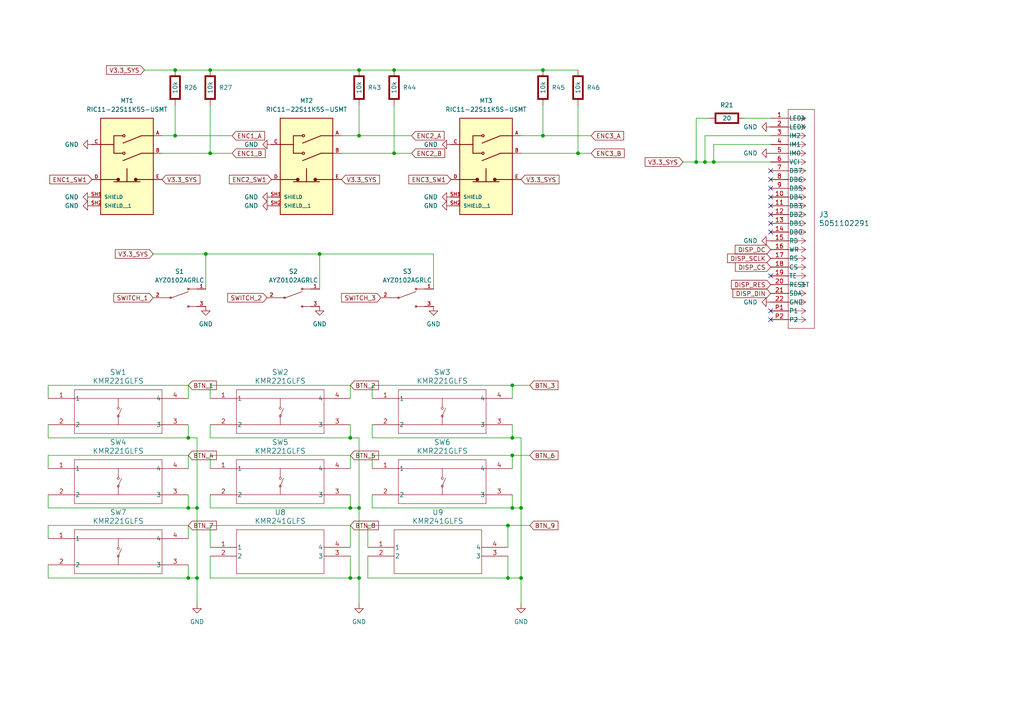
<source format=kicad_sch>
(kicad_sch (version 20231120) (generator "eeschema") (generator_version "8.0")
  (paper "A4")
  (lib_symbols
    (symbol "PCM_Elektuur:R" (pin_numbers hide) (pin_names (offset 0) hide)
      (property "Reference" "R" (at 2.54 3.175 0))
      (property "Value" "R" (at 0 0 90))
      (symbol "R_1_1"
        (polyline (pts (xy -1.524 -3.429) (xy 1.524 -3.429) (xy 1.524 3.429) (xy -1.524 3.429) (xy -1.524 -3.429) (xy -1.27 -3.175) (xy -1.27 3.175) (xy 1.27 3.175) (xy 1.27 -3.175) (xy -1.27 -3.175) (xy -1.524 -3.429)) (stroke (width 0.254)) (fill (type outline)))
        (pin passive line (at 0 5.08 270) (length 1.651) (name "+") (number "1"))
        (pin passive line (at 0 -5.08 90) (length 1.651) (name "-") (number "2"))
      )
      (symbol "R_1_2"
        (polyline (pts (xy -0.508 -3.429) (xy 1.524 -3.429) (xy 1.524 3.429) (xy -0.508 3.429) (xy -0.508 3.175) (xy 1.27 3.175) (xy 1.27 -3.175) (xy -0.508 -3.175) (xy -0.508 -3.429)) (stroke (width 0.254)) (fill (type outline)))
        (pin passive line (at 0 5.08 270) (length 1.651) (name "+") (number "1"))
        (pin passive line (at 0 -5.08 90) (length 1.651) (name "-") (number "2"))
      )
      (symbol "R_1_3"
        (polyline (pts (xy 0 3.4798) (xy 0 3.2004) (xy 0.7112 2.794) (xy -1.1938 1.6764) (xy 0.7112 0.5588) (xy -1.1938 -0.5588) (xy 0.7112 -1.6764) (xy -1.1938 -2.794) (xy 0 -3.4798) (xy 0 -3.2004) (xy -0.7112 -2.794) (xy 1.1938 -1.6764) (xy -0.7112 -0.5588) (xy 1.1938 0.5588) (xy -0.7112 1.6764) (xy 1.1938 2.794) (xy 0 3.4798)) (stroke (width 0.254)) (fill (type outline)))
        (pin passive line (at 0 5.08 270) (length 1.6002) (name "+") (number "1"))
        (pin passive line (at 0 -5.08 90) (length 1.6002) (name "-") (number "2"))
      )
      (symbol "R_1_4"
        (polyline (pts (xy 0 4.5466) (xy 0 4.2672) (xy 0.0508 4.2418) (xy 1.016 3.683) (xy -1.524 2.2098) (xy 1.016 0.7366) (xy -1.524 -0.7366) (xy 1.016 -2.2098) (xy -1.524 -3.683) (xy -0.0762 -4.5212) (xy 0 -4.5466) (xy 0 -4.2672) (xy -0.0508 -4.2418) (xy -1.016 -3.683) (xy 1.524 -2.2098) (xy -1.016 -0.7366) (xy 1.524 0.7366) (xy -1.016 2.2098) (xy 1.524 3.683) (xy 0.0762 4.5212) (xy 0 4.5466)) (stroke (width 0.254)) (fill (type outline)))
        (pin passive line (at 0 5.08 270) (length 0.5334) (name "+") (number "1"))
        (pin passive line (at 0 -5.08 90) (length 0.5334) (name "-") (number "2"))
      )
    )
    (symbol "power:GND" (power) (pin_numbers hide) (pin_names (offset 0) hide)
      (property "Value" "GND" (at 0 -3.81 0))
      (symbol "GND_0_1"
        (polyline (pts (xy 0 0) (xy 0 -1.27) (xy 1.27 -1.27) (xy 0 -2.54) (xy -1.27 -1.27) (xy 0 -1.27)))
      )
      (symbol "GND_1_1"
        (pin power_in line (at 0 0 270) (length 0) (name "~") (number "1"))
      )
    )
    (symbol "uwu:4421" (pin_names (offset 0.254))
      (property "Reference" "J" (at 8.89 6.35 0))
      (property "Value" "5051102291" (at 27.94 -1.524 0))
      (symbol "4421_1_1"
        (polyline (pts (xy 5.08 -60.96) (xy 12.7 -60.96)) (stroke (width 0.127)))
        (polyline (pts (xy 5.08 2.54) (xy 5.08 -60.96)) (stroke (width 0.127)))
        (polyline (pts (xy 10.16 -58.42) (xy 5.08 -58.42)) (stroke (width 0.127)))
        (polyline (pts (xy 10.16 -58.42) (xy 8.89 -59.2667)) (stroke (width 0.127)))
        (polyline (pts (xy 10.16 -58.42) (xy 8.89 -57.5733)) (stroke (width 0.127)))
        (polyline (pts (xy 10.16 -55.88) (xy 5.08 -55.88)) (stroke (width 0.127)))
        (polyline (pts (xy 10.16 -55.88) (xy 8.89 -56.7267)) (stroke (width 0.127)))
        (polyline (pts (xy 10.16 -55.88) (xy 8.89 -55.0333)) (stroke (width 0.127)))
        (polyline (pts (xy 10.16 -53.34) (xy 5.08 -53.34)) (stroke (width 0.127)))
        (polyline (pts (xy 10.16 -53.34) (xy 8.89 -54.1867)) (stroke (width 0.127)))
        (polyline (pts (xy 10.16 -53.34) (xy 8.89 -52.4933)) (stroke (width 0.127)))
        (polyline (pts (xy 10.16 -50.8) (xy 5.08 -50.8)) (stroke (width 0.127)))
        (polyline (pts (xy 10.16 -50.8) (xy 8.89 -51.6467)) (stroke (width 0.127)))
        (polyline (pts (xy 10.16 -50.8) (xy 8.89 -49.9533)) (stroke (width 0.127)))
        (polyline (pts (xy 10.16 -48.26) (xy 5.08 -48.26)) (stroke (width 0.127)))
        (polyline (pts (xy 10.16 -48.26) (xy 8.89 -49.1067)) (stroke (width 0.127)))
        (polyline (pts (xy 10.16 -48.26) (xy 8.89 -47.4133)) (stroke (width 0.127)))
        (polyline (pts (xy 10.16 -45.72) (xy 5.08 -45.72)) (stroke (width 0.127)))
        (polyline (pts (xy 10.16 -45.72) (xy 8.89 -46.5667)) (stroke (width 0.127)))
        (polyline (pts (xy 10.16 -45.72) (xy 8.89 -44.8733)) (stroke (width 0.127)))
        (polyline (pts (xy 10.16 -43.18) (xy 5.08 -43.18)) (stroke (width 0.127)))
        (polyline (pts (xy 10.16 -43.18) (xy 8.89 -44.0267)) (stroke (width 0.127)))
        (polyline (pts (xy 10.16 -43.18) (xy 8.89 -42.3333)) (stroke (width 0.127)))
        (polyline (pts (xy 10.16 -40.64) (xy 5.08 -40.64)) (stroke (width 0.127)))
        (polyline (pts (xy 10.16 -40.64) (xy 8.89 -41.4867)) (stroke (width 0.127)))
        (polyline (pts (xy 10.16 -40.64) (xy 8.89 -39.7933)) (stroke (width 0.127)))
        (polyline (pts (xy 10.16 -38.1) (xy 5.08 -38.1)) (stroke (width 0.127)))
        (polyline (pts (xy 10.16 -38.1) (xy 8.89 -38.9467)) (stroke (width 0.127)))
        (polyline (pts (xy 10.16 -38.1) (xy 8.89 -37.2533)) (stroke (width 0.127)))
        (polyline (pts (xy 10.16 -35.56) (xy 5.08 -35.56)) (stroke (width 0.127)))
        (polyline (pts (xy 10.16 -35.56) (xy 8.89 -36.4067)) (stroke (width 0.127)))
        (polyline (pts (xy 10.16 -35.56) (xy 8.89 -34.7133)) (stroke (width 0.127)))
        (polyline (pts (xy 10.16 -33.02) (xy 5.08 -33.02)) (stroke (width 0.127)))
        (polyline (pts (xy 10.16 -33.02) (xy 8.89 -33.8667)) (stroke (width 0.127)))
        (polyline (pts (xy 10.16 -33.02) (xy 8.89 -32.1733)) (stroke (width 0.127)))
        (polyline (pts (xy 10.16 -30.48) (xy 5.08 -30.48)) (stroke (width 0.127)))
        (polyline (pts (xy 10.16 -30.48) (xy 8.89 -31.3267)) (stroke (width 0.127)))
        (polyline (pts (xy 10.16 -30.48) (xy 8.89 -29.6333)) (stroke (width 0.127)))
        (polyline (pts (xy 10.16 -27.94) (xy 5.08 -27.94)) (stroke (width 0.127)))
        (polyline (pts (xy 10.16 -27.94) (xy 8.89 -28.7867)) (stroke (width 0.127)))
        (polyline (pts (xy 10.16 -27.94) (xy 8.89 -27.0933)) (stroke (width 0.127)))
        (polyline (pts (xy 10.16 -25.4) (xy 5.08 -25.4)) (stroke (width 0.127)))
        (polyline (pts (xy 10.16 -25.4) (xy 8.89 -26.2467)) (stroke (width 0.127)))
        (polyline (pts (xy 10.16 -25.4) (xy 8.89 -24.5533)) (stroke (width 0.127)))
        (polyline (pts (xy 10.16 -22.86) (xy 5.08 -22.86)) (stroke (width 0.127)))
        (polyline (pts (xy 10.16 -22.86) (xy 8.89 -23.7067)) (stroke (width 0.127)))
        (polyline (pts (xy 10.16 -22.86) (xy 8.89 -22.0133)) (stroke (width 0.127)))
        (polyline (pts (xy 10.16 -20.32) (xy 5.08 -20.32)) (stroke (width 0.127)))
        (polyline (pts (xy 10.16 -20.32) (xy 8.89 -21.1667)) (stroke (width 0.127)))
        (polyline (pts (xy 10.16 -20.32) (xy 8.89 -19.4733)) (stroke (width 0.127)))
        (polyline (pts (xy 10.16 -17.78) (xy 5.08 -17.78)) (stroke (width 0.127)))
        (polyline (pts (xy 10.16 -17.78) (xy 8.89 -18.6267)) (stroke (width 0.127)))
        (polyline (pts (xy 10.16 -17.78) (xy 8.89 -16.9333)) (stroke (width 0.127)))
        (polyline (pts (xy 10.16 -15.24) (xy 5.08 -15.24)) (stroke (width 0.127)))
        (polyline (pts (xy 10.16 -15.24) (xy 8.89 -16.0867)) (stroke (width 0.127)))
        (polyline (pts (xy 10.16 -15.24) (xy 8.89 -14.3933)) (stroke (width 0.127)))
        (polyline (pts (xy 10.16 -12.7) (xy 5.08 -12.7)) (stroke (width 0.127)))
        (polyline (pts (xy 10.16 -12.7) (xy 8.89 -13.5467)) (stroke (width 0.127)))
        (polyline (pts (xy 10.16 -12.7) (xy 8.89 -11.8533)) (stroke (width 0.127)))
        (polyline (pts (xy 10.16 -10.16) (xy 5.08 -10.16)) (stroke (width 0.127)))
        (polyline (pts (xy 10.16 -10.16) (xy 8.89 -11.0067)) (stroke (width 0.127)))
        (polyline (pts (xy 10.16 -10.16) (xy 8.89 -9.3133)) (stroke (width 0.127)))
        (polyline (pts (xy 10.16 -7.62) (xy 5.08 -7.62)) (stroke (width 0.127)))
        (polyline (pts (xy 10.16 -7.62) (xy 8.89 -8.4667)) (stroke (width 0.127)))
        (polyline (pts (xy 10.16 -7.62) (xy 8.89 -6.7733)) (stroke (width 0.127)))
        (polyline (pts (xy 10.16 -5.08) (xy 5.08 -5.08)) (stroke (width 0.127)))
        (polyline (pts (xy 10.16 -5.08) (xy 8.89 -5.9267)) (stroke (width 0.127)))
        (polyline (pts (xy 10.16 -5.08) (xy 8.89 -4.2333)) (stroke (width 0.127)))
        (polyline (pts (xy 10.16 -2.54) (xy 5.08 -2.54)) (stroke (width 0.127)))
        (polyline (pts (xy 10.16 -2.54) (xy 8.89 -3.3867)) (stroke (width 0.127)))
        (polyline (pts (xy 10.16 -2.54) (xy 8.89 -1.6933)) (stroke (width 0.127)))
        (polyline (pts (xy 10.16 0) (xy 5.08 0)) (stroke (width 0.127)))
        (polyline (pts (xy 10.16 0) (xy 8.89 -0.8467)) (stroke (width 0.127)))
        (polyline (pts (xy 10.16 0) (xy 8.89 0.8467)) (stroke (width 0.127)))
        (polyline (pts (xy 12.7 -60.96) (xy 12.7 2.54)) (stroke (width 0.127)))
        (polyline (pts (xy 12.7 2.54) (xy 5.08 2.54)) (stroke (width 0.127)))
        (pin passive line (at 0 0 0) (length 5.08) (name "LEDA") (number "1"))
        (pin bidirectional line (at 0 -22.86 0) (length 5.08) (name "DB4") (number "10"))
        (pin bidirectional line (at 0 -25.4 0) (length 5.08) (name "DB3") (number "11"))
        (pin bidirectional line (at 0 -27.94 0) (length 5.08) (name "DB2") (number "12"))
        (pin bidirectional line (at 0 -30.48 0) (length 5.08) (name "DB1") (number "13"))
        (pin bidirectional line (at 0 -33.02 0) (length 5.08) (name "DB0") (number "14"))
        (pin input line (at 0 -35.56 0) (length 5.08) (name "RD") (number "15"))
        (pin input line (at 0 -38.1 0) (length 5.08) (name "WR") (number "16"))
        (pin input line (at 0 -40.64 0) (length 5.08) (name "RS") (number "17"))
        (pin input line (at 0 -43.18 0) (length 5.08) (name "CS") (number "18"))
        (pin input line (at 0 -45.72 0) (length 5.08) (name "TE") (number "19"))
        (pin passive line (at 0 -2.54 0) (length 5.08) (name "LEDK") (number "2"))
        (pin input line (at 0 -48.26 0) (length 5.08) (name "RESET") (number "20"))
        (pin bidirectional line (at 0 -50.8 0) (length 5.08) (name "SDA") (number "21"))
        (pin power_in line (at 0 -53.34 0) (length 5.08) (name "GND") (number "22"))
        (pin input line (at 0 -5.08 0) (length 5.08) (name "IM2") (number "3"))
        (pin input line (at 0 -7.62 0) (length 5.08) (name "IM1") (number "4"))
        (pin input line (at 0 -10.16 0) (length 5.08) (name "IM0") (number "5"))
        (pin power_in line (at 0 -12.7 0) (length 5.08) (name "VCI") (number "6"))
        (pin bidirectional line (at 0 -15.24 0) (length 5.08) (name "DB7") (number "7"))
        (pin bidirectional line (at 0 -17.78 0) (length 5.08) (name "DB6") (number "8"))
        (pin bidirectional line (at 0 -20.32 0) (length 5.08) (name "DB5") (number "9"))
        (pin unspecified line (at 0 -55.88 0) (length 5.08) (name "P1") (number "P1"))
        (pin unspecified line (at 0 -58.42 0) (length 5.08) (name "P2") (number "P2"))
      )
      (symbol "4421_1_2"
        (polyline (pts (xy 5.08 -60.96) (xy 12.7 -60.96)) (stroke (width 0.127)))
        (polyline (pts (xy 5.08 2.54) (xy 5.08 -60.96)) (stroke (width 0.127)))
        (polyline (pts (xy 7.62 -58.42) (xy 5.08 -58.42)) (stroke (width 0.127)))
        (polyline (pts (xy 7.62 -58.42) (xy 8.89 -59.2667)) (stroke (width 0.127)))
        (polyline (pts (xy 7.62 -58.42) (xy 8.89 -57.5733)) (stroke (width 0.127)))
        (polyline (pts (xy 7.62 -55.88) (xy 5.08 -55.88)) (stroke (width 0.127)))
        (polyline (pts (xy 7.62 -55.88) (xy 8.89 -56.7267)) (stroke (width 0.127)))
        (polyline (pts (xy 7.62 -55.88) (xy 8.89 -55.0333)) (stroke (width 0.127)))
        (polyline (pts (xy 7.62 -53.34) (xy 5.08 -53.34)) (stroke (width 0.127)))
        (polyline (pts (xy 7.62 -53.34) (xy 8.89 -54.1867)) (stroke (width 0.127)))
        (polyline (pts (xy 7.62 -53.34) (xy 8.89 -52.4933)) (stroke (width 0.127)))
        (polyline (pts (xy 7.62 -50.8) (xy 5.08 -50.8)) (stroke (width 0.127)))
        (polyline (pts (xy 7.62 -50.8) (xy 8.89 -51.6467)) (stroke (width 0.127)))
        (polyline (pts (xy 7.62 -50.8) (xy 8.89 -49.9533)) (stroke (width 0.127)))
        (polyline (pts (xy 7.62 -48.26) (xy 5.08 -48.26)) (stroke (width 0.127)))
        (polyline (pts (xy 7.62 -48.26) (xy 8.89 -49.1067)) (stroke (width 0.127)))
        (polyline (pts (xy 7.62 -48.26) (xy 8.89 -47.4133)) (stroke (width 0.127)))
        (polyline (pts (xy 7.62 -45.72) (xy 5.08 -45.72)) (stroke (width 0.127)))
        (polyline (pts (xy 7.62 -45.72) (xy 8.89 -46.5667)) (stroke (width 0.127)))
        (polyline (pts (xy 7.62 -45.72) (xy 8.89 -44.8733)) (stroke (width 0.127)))
        (polyline (pts (xy 7.62 -43.18) (xy 5.08 -43.18)) (stroke (width 0.127)))
        (polyline (pts (xy 7.62 -43.18) (xy 8.89 -44.0267)) (stroke (width 0.127)))
        (polyline (pts (xy 7.62 -43.18) (xy 8.89 -42.3333)) (stroke (width 0.127)))
        (polyline (pts (xy 7.62 -40.64) (xy 5.08 -40.64)) (stroke (width 0.127)))
        (polyline (pts (xy 7.62 -40.64) (xy 8.89 -41.4867)) (stroke (width 0.127)))
        (polyline (pts (xy 7.62 -40.64) (xy 8.89 -39.7933)) (stroke (width 0.127)))
        (polyline (pts (xy 7.62 -38.1) (xy 5.08 -38.1)) (stroke (width 0.127)))
        (polyline (pts (xy 7.62 -38.1) (xy 8.89 -38.9467)) (stroke (width 0.127)))
        (polyline (pts (xy 7.62 -38.1) (xy 8.89 -37.2533)) (stroke (width 0.127)))
        (polyline (pts (xy 7.62 -35.56) (xy 5.08 -35.56)) (stroke (width 0.127)))
        (polyline (pts (xy 7.62 -35.56) (xy 8.89 -36.4067)) (stroke (width 0.127)))
        (polyline (pts (xy 7.62 -35.56) (xy 8.89 -34.7133)) (stroke (width 0.127)))
        (polyline (pts (xy 7.62 -33.02) (xy 5.08 -33.02)) (stroke (width 0.127)))
        (polyline (pts (xy 7.62 -33.02) (xy 8.89 -33.8667)) (stroke (width 0.127)))
        (polyline (pts (xy 7.62 -33.02) (xy 8.89 -32.1733)) (stroke (width 0.127)))
        (polyline (pts (xy 7.62 -30.48) (xy 5.08 -30.48)) (stroke (width 0.127)))
        (polyline (pts (xy 7.62 -30.48) (xy 8.89 -31.3267)) (stroke (width 0.127)))
        (polyline (pts (xy 7.62 -30.48) (xy 8.89 -29.6333)) (stroke (width 0.127)))
        (polyline (pts (xy 7.62 -27.94) (xy 5.08 -27.94)) (stroke (width 0.127)))
        (polyline (pts (xy 7.62 -27.94) (xy 8.89 -28.7867)) (stroke (width 0.127)))
        (polyline (pts (xy 7.62 -27.94) (xy 8.89 -27.0933)) (stroke (width 0.127)))
        (polyline (pts (xy 7.62 -25.4) (xy 5.08 -25.4)) (stroke (width 0.127)))
        (polyline (pts (xy 7.62 -25.4) (xy 8.89 -26.2467)) (stroke (width 0.127)))
        (polyline (pts (xy 7.62 -25.4) (xy 8.89 -24.5533)) (stroke (width 0.127)))
        (polyline (pts (xy 7.62 -22.86) (xy 5.08 -22.86)) (stroke (width 0.127)))
        (polyline (pts (xy 7.62 -22.86) (xy 8.89 -23.7067)) (stroke (width 0.127)))
        (polyline (pts (xy 7.62 -22.86) (xy 8.89 -22.0133)) (stroke (width 0.127)))
        (polyline (pts (xy 7.62 -20.32) (xy 5.08 -20.32)) (stroke (width 0.127)))
        (polyline (pts (xy 7.62 -20.32) (xy 8.89 -21.1667)) (stroke (width 0.127)))
        (polyline (pts (xy 7.62 -20.32) (xy 8.89 -19.4733)) (stroke (width 0.127)))
        (polyline (pts (xy 7.62 -17.78) (xy 5.08 -17.78)) (stroke (width 0.127)))
        (polyline (pts (xy 7.62 -17.78) (xy 8.89 -18.6267)) (stroke (width 0.127)))
        (polyline (pts (xy 7.62 -17.78) (xy 8.89 -16.9333)) (stroke (width 0.127)))
        (polyline (pts (xy 7.62 -15.24) (xy 5.08 -15.24)) (stroke (width 0.127)))
        (polyline (pts (xy 7.62 -15.24) (xy 8.89 -16.0867)) (stroke (width 0.127)))
        (polyline (pts (xy 7.62 -15.24) (xy 8.89 -14.3933)) (stroke (width 0.127)))
        (polyline (pts (xy 7.62 -12.7) (xy 5.08 -12.7)) (stroke (width 0.127)))
        (polyline (pts (xy 7.62 -12.7) (xy 8.89 -13.5467)) (stroke (width 0.127)))
        (polyline (pts (xy 7.62 -12.7) (xy 8.89 -11.8533)) (stroke (width 0.127)))
        (polyline (pts (xy 7.62 -10.16) (xy 5.08 -10.16)) (stroke (width 0.127)))
        (polyline (pts (xy 7.62 -10.16) (xy 8.89 -11.0067)) (stroke (width 0.127)))
        (polyline (pts (xy 7.62 -10.16) (xy 8.89 -9.3133)) (stroke (width 0.127)))
        (polyline (pts (xy 7.62 -7.62) (xy 5.08 -7.62)) (stroke (width 0.127)))
        (polyline (pts (xy 7.62 -7.62) (xy 8.89 -8.4667)) (stroke (width 0.127)))
        (polyline (pts (xy 7.62 -7.62) (xy 8.89 -6.7733)) (stroke (width 0.127)))
        (polyline (pts (xy 7.62 -5.08) (xy 5.08 -5.08)) (stroke (width 0.127)))
        (polyline (pts (xy 7.62 -5.08) (xy 8.89 -5.9267)) (stroke (width 0.127)))
        (polyline (pts (xy 7.62 -5.08) (xy 8.89 -4.2333)) (stroke (width 0.127)))
        (polyline (pts (xy 7.62 -2.54) (xy 5.08 -2.54)) (stroke (width 0.127)))
        (polyline (pts (xy 7.62 -2.54) (xy 8.89 -3.3867)) (stroke (width 0.127)))
        (polyline (pts (xy 7.62 -2.54) (xy 8.89 -1.6933)) (stroke (width 0.127)))
        (polyline (pts (xy 7.62 0) (xy 5.08 0)) (stroke (width 0.127)))
        (polyline (pts (xy 7.62 0) (xy 8.89 -0.8467)) (stroke (width 0.127)))
        (polyline (pts (xy 7.62 0) (xy 8.89 0.8467)) (stroke (width 0.127)))
        (polyline (pts (xy 12.7 -60.96) (xy 12.7 2.54)) (stroke (width 0.127)))
        (polyline (pts (xy 12.7 2.54) (xy 5.08 2.54)) (stroke (width 0.127)))
        (pin unspecified line (at 0 0 0) (length 5.08) (name "1") (number "1"))
        (pin unspecified line (at 0 -22.86 0) (length 5.08) (name "10") (number "10"))
        (pin unspecified line (at 0 -25.4 0) (length 5.08) (name "11") (number "11"))
        (pin unspecified line (at 0 -27.94 0) (length 5.08) (name "12") (number "12"))
        (pin unspecified line (at 0 -30.48 0) (length 5.08) (name "13") (number "13"))
        (pin unspecified line (at 0 -33.02 0) (length 5.08) (name "14") (number "14"))
        (pin unspecified line (at 0 -35.56 0) (length 5.08) (name "15") (number "15"))
        (pin unspecified line (at 0 -38.1 0) (length 5.08) (name "16") (number "16"))
        (pin unspecified line (at 0 -40.64 0) (length 5.08) (name "17") (number "17"))
        (pin unspecified line (at 0 -43.18 0) (length 5.08) (name "18") (number "18"))
        (pin unspecified line (at 0 -45.72 0) (length 5.08) (name "19") (number "19"))
        (pin unspecified line (at 0 -2.54 0) (length 5.08) (name "2") (number "2"))
        (pin unspecified line (at 0 -48.26 0) (length 5.08) (name "20") (number "20"))
        (pin unspecified line (at 0 -50.8 0) (length 5.08) (name "21") (number "21"))
        (pin unspecified line (at 0 -53.34 0) (length 5.08) (name "22") (number "22"))
        (pin unspecified line (at 0 -5.08 0) (length 5.08) (name "3") (number "3"))
        (pin unspecified line (at 0 -7.62 0) (length 5.08) (name "4") (number "4"))
        (pin unspecified line (at 0 -10.16 0) (length 5.08) (name "5") (number "5"))
        (pin unspecified line (at 0 -12.7 0) (length 5.08) (name "6") (number "6"))
        (pin unspecified line (at 0 -15.24 0) (length 5.08) (name "7") (number "7"))
        (pin unspecified line (at 0 -17.78 0) (length 5.08) (name "8") (number "8"))
        (pin unspecified line (at 0 -20.32 0) (length 5.08) (name "9") (number "9"))
        (pin unspecified line (at 0 -55.88 0) (length 5.08) (name "P1") (number "P1"))
        (pin unspecified line (at 0 -58.42 0) (length 5.08) (name "P2") (number "P2"))
      )
    )
    (symbol "uwu:AYZ0102AGRLC" (pin_names (offset 1.016))
      (property "Reference" "S" (at -3.8125 6.3559 0))
      (property "Value" "AYZ0102AGRLC" (at -3.8144 -6.3602 0))
      (symbol "AYZ0102AGRLC_0_0"
        (circle (center -2.54 0) (radius 0.254) (stroke (width 0.1524)))
        (polyline (pts (xy -5.08 0) (xy -2.54 0)) (stroke (width 0.1524)))
        (polyline (pts (xy -2.286 0) (xy 2.54 1.778)) (stroke (width 0.1524)))
        (polyline (pts (xy 2.54 -2.54) (xy 5.08 -2.54)) (stroke (width 0.1524)))
        (polyline (pts (xy 2.54 2.54) (xy 5.08 2.54)) (stroke (width 0.1524)))
        (circle (center 2.54 -2.54) (radius 0.254) (stroke (width 0.1524)))
        (circle (center 2.54 2.54) (radius 0.254) (stroke (width 0.1524)))
        (pin passive line (at 7.62 2.54 180) (length 2.54) (name "~") (number "1"))
        (pin passive line (at -7.62 0 0) (length 2.54) (name "~") (number "2"))
        (pin passive line (at 7.62 -2.54 180) (length 2.54) (name "~") (number "3"))
      )
    )
    (symbol "uwu:KMR221GLFS" (pin_names (offset 0.254))
      (property "Reference" "SW" (at 20.32 7.62 0))
      (property "Value" "KMR221GLFS" (at 20.32 5.08 0))
      (symbol "KMR221GLFS_0_1"
        (polyline (pts (xy 7.62 -10.16) (xy 33.02 -10.16)) (stroke (width 0.127)))
        (polyline (pts (xy 7.62 -7.62) (xy 33.02 -7.62)) (stroke (width 0.127)))
        (polyline (pts (xy 7.62 0) (xy 33.02 0)) (stroke (width 0.127)))
        (polyline (pts (xy 7.62 2.54) (xy 7.62 -10.16)) (stroke (width 0.127)))
        (polyline (pts (xy 20.32 -5.08) (xy 20.32 -7.62)) (stroke (width 0.127)))
        (polyline (pts (xy 20.32 -5.08) (xy 21.2725 -2.8575)) (stroke (width 0.127)))
        (polyline (pts (xy 20.32 0) (xy 20.32 -2.54)) (stroke (width 0.127)))
        (polyline (pts (xy 33.02 -10.16) (xy 33.02 2.54)) (stroke (width 0.127)))
        (polyline (pts (xy 33.02 2.54) (xy 7.62 2.54)) (stroke (width 0.127)))
        (circle (center 20.32 -5.08) (radius 0.3048) (stroke (width 0.127)))
        (circle (center 20.32 -2.8575) (radius 0.3048) (stroke (width 0.127)))
        (pin passive line (at 0 0 0) (length 7.62) (name "1") (number "1"))
        (pin passive line (at 0 -7.62 0) (length 7.62) (name "2") (number "2"))
        (pin passive line (at 40.64 -7.62 180) (length 7.62) (name "3") (number "3"))
        (pin passive line (at 40.64 0 180) (length 7.62) (name "4") (number "4"))
      )
    )
    (symbol "uwu:KMR241GLFS" (pin_names (offset 0.254))
      (property "Reference" "U" (at 20.32 10.16 0))
      (property "Value" "KMR241GLFS" (at 20.32 7.62 0))
      (symbol "KMR241GLFS_0_1"
        (polyline (pts (xy 7.62 -7.62) (xy 33.02 -7.62)) (stroke (width 0.127)))
        (polyline (pts (xy 7.62 5.08) (xy 7.62 -7.62)) (stroke (width 0.127)))
        (polyline (pts (xy 33.02 -7.62) (xy 33.02 5.08)) (stroke (width 0.127)))
        (polyline (pts (xy 33.02 5.08) (xy 7.62 5.08)) (stroke (width 0.127)))
        (pin passive line (at 0 0 0) (length 7.62) (name "1") (number "1"))
        (pin passive line (at 0 -2.54 0) (length 7.62) (name "2") (number "2"))
        (pin passive line (at 40.64 -2.54 180) (length 7.62) (name "3") (number "3"))
        (pin passive line (at 40.64 0 180) (length 7.62) (name "4") (number "4"))
      )
    )
    (symbol "uwu:RIC11-22S11K5S-USMT" (pin_names (offset 1.016))
      (property "Reference" "MT" (at -7.62 13.335 0))
      (property "Value" "RIC11-22S11K5S-USMT" (at -7.62 -17.78 0))
      (symbol "RIC11-22S11K5S-USMT_0_0"
        (rectangle (start -7.62 -15.24) (end 7.62 12.7) (stroke (width 0.254)) (fill (type background)))
        (circle (center -2.54 -5.08) (radius 0.254) (stroke (width 0.508)))
        (circle (center -0.889 2.54) (radius 0.3302) (stroke (width 0.254)))
        (circle (center -0.889 7.62) (radius 0.3302) (stroke (width 0.254)))
        (polyline (pts (xy -7.62 -5.08) (xy -2.54 -5.08)) (stroke (width 0.254)))
        (polyline (pts (xy -7.62 5.08) (xy -3.81 5.08)) (stroke (width 0.254)))
        (polyline (pts (xy -3.81 -5.715) (xy 0 -5.715)) (stroke (width 0.254)))
        (polyline (pts (xy -3.81 2.54) (xy -3.81 7.62)) (stroke (width 0.254)))
        (polyline (pts (xy -1.27 2.54) (xy -3.81 2.54)) (stroke (width 0.254)))
        (polyline (pts (xy -1.27 7.62) (xy -3.81 7.62)) (stroke (width 0.254)))
        (polyline (pts (xy 0 -5.715) (xy 0 -1.905)) (stroke (width 0.254)))
        (polyline (pts (xy 0 -5.715) (xy 3.81 -5.715)) (stroke (width 0.254)))
        (polyline (pts (xy 2.54 -5.08) (xy 7.62 -5.08)) (stroke (width 0.254)))
        (polyline (pts (xy 4.191 2.54) (xy -1.143 0.4064)) (stroke (width 0.254)))
        (polyline (pts (xy 4.191 7.62) (xy -1.143 5.4864)) (stroke (width 0.254)))
        (polyline (pts (xy 7.62 2.54) (xy 4.191 2.54)) (stroke (width 0.254)))
        (polyline (pts (xy 7.62 7.62) (xy 4.191 7.62)) (stroke (width 0.254)))
        (circle (center 2.54 -5.08) (radius 0.254) (stroke (width 0.508)))
        (pin passive line (at 10.16 7.62 180) (length 2.54) (name "~") (number "A"))
        (pin passive line (at 10.16 2.54 180) (length 2.54) (name "~") (number "B"))
        (pin passive line (at -10.16 5.08 0) (length 2.54) (name "~") (number "C"))
        (pin passive line (at -10.16 -5.08 0) (length 2.54) (name "~") (number "D"))
        (pin passive line (at 10.16 -5.08 180) (length 2.54) (name "~") (number "E"))
        (pin passive line (at -10.16 -10.16 0) (length 2.54) (name "SHIELD") (number "SH1"))
        (pin passive line (at -10.16 -12.7 0) (length 2.54) (name "SHIELD__1") (number "SH2"))
      )
    )
  )
  (junction (at 207.01 46.99))
  (junction (at 104.14 167.64))
  (junction (at 50.8 39.37))
  (junction (at 204.47 46.99))
  (junction (at 101.6 167.64))
  (junction (at 151.13 147.32))
  (junction (at 60.96 20.32))
  (junction (at 59.69 73.66))
  (junction (at 114.3 20.32))
  (junction (at 147.32 167.64))
  (junction (at 167.64 44.45))
  (junction (at 54.61 147.32))
  (junction (at 101.6 127))
  (junction (at 92.71 73.66))
  (junction (at 151.13 167.64))
  (junction (at 54.61 167.64))
  (junction (at 60.96 44.45))
  (junction (at 148.59 111.76))
  (junction (at 101.6 147.32))
  (junction (at 54.61 127))
  (junction (at 57.15 167.64))
  (junction (at 104.14 39.37))
  (junction (at 50.8 20.32))
  (junction (at 148.59 147.32))
  (junction (at 104.14 20.32))
  (junction (at 157.48 39.37))
  (junction (at 148.59 127))
  (junction (at 114.3 44.45))
  (junction (at 157.48 20.32))
  (junction (at 147.32 152.4))
  (junction (at 57.15 147.32))
  (junction (at 148.59 132.08))
  (junction (at 201.93 46.99))
  (junction (at 104.14 147.32))
  (no_connect (at 223.52 90.17))
  (no_connect (at 223.52 62.23))
  (no_connect (at 223.52 52.07))
  (no_connect (at 223.52 54.61))
  (no_connect (at 223.52 57.15))
  (no_connect (at 223.52 64.77))
  (no_connect (at 223.52 80.01))
  (no_connect (at 223.52 67.31))
  (no_connect (at 223.52 92.71))
  (no_connect (at 223.52 59.69))
  (no_connect (at 223.52 49.53))
  (wire (pts (xy 54.61 127) (xy 54.61 123.19)))
  (wire (pts (xy 41.91 20.32) (xy 50.8 20.32)))
  (wire (pts (xy 107.95 147.32) (xy 148.59 147.32)))
  (wire (pts (xy 205.74 34.29) (xy 201.93 34.29)))
  (wire (pts (xy 104.14 39.37) (xy 99.06 39.37)))
  (wire (pts (xy 119.38 39.37) (xy 104.14 39.37)))
  (wire (pts (xy 171.45 44.45) (xy 167.64 44.45)))
  (wire (pts (xy 107.95 132.08) (xy 107.95 135.89)))
  (wire (pts (xy 157.48 30.48) (xy 157.48 39.37)))
  (wire (pts (xy 223.52 41.91) (xy 207.01 41.91)))
  (wire (pts (xy 13.97 132.08) (xy 54.61 132.08)))
  (wire (pts (xy 104.14 30.48) (xy 104.14 39.37)))
  (wire (pts (xy 60.96 147.32) (xy 101.6 147.32)))
  (wire (pts (xy 44.45 73.66) (xy 59.69 73.66)))
  (wire (pts (xy 171.45 39.37) (xy 157.48 39.37)))
  (wire (pts (xy 60.96 167.64) (xy 60.96 161.29)))
  (wire (pts (xy 151.13 127) (xy 151.13 147.32)))
  (wire (pts (xy 147.32 161.29) (xy 147.32 167.64)))
  (wire (pts (xy 106.68 152.4) (xy 147.32 152.4)))
  (wire (pts (xy 148.59 147.32) (xy 151.13 147.32)))
  (wire (pts (xy 125.73 73.66) (xy 125.73 83.82)))
  (wire (pts (xy 54.61 127) (xy 57.15 127)))
  (wire (pts (xy 54.61 163.83) (xy 54.61 167.64)))
  (wire (pts (xy 148.59 143.51) (xy 148.59 147.32)))
  (wire (pts (xy 60.96 20.32) (xy 104.14 20.32)))
  (wire (pts (xy 167.64 30.48) (xy 167.64 44.45)))
  (wire (pts (xy 54.61 147.32) (xy 57.15 147.32)))
  (wire (pts (xy 107.95 111.76) (xy 148.59 111.76)))
  (wire (pts (xy 157.48 39.37) (xy 151.13 39.37)))
  (wire (pts (xy 106.68 167.64) (xy 147.32 167.64)))
  (wire (pts (xy 106.68 167.64) (xy 106.68 161.29)))
  (wire (pts (xy 107.95 123.19) (xy 107.95 127)))
  (wire (pts (xy 151.13 167.64) (xy 151.13 175.26)))
  (wire (pts (xy 104.14 127) (xy 101.6 127)))
  (wire (pts (xy 60.96 167.64) (xy 101.6 167.64)))
  (wire (pts (xy 204.47 46.99) (xy 207.01 46.99)))
  (wire (pts (xy 147.32 167.64) (xy 151.13 167.64)))
  (wire (pts (xy 59.69 73.66) (xy 92.71 73.66)))
  (wire (pts (xy 101.6 127) (xy 101.6 123.19)))
  (wire (pts (xy 148.59 132.08) (xy 153.67 132.08)))
  (wire (pts (xy 60.96 127) (xy 101.6 127)))
  (wire (pts (xy 104.14 167.64) (xy 104.14 175.26)))
  (wire (pts (xy 54.61 167.64) (xy 57.15 167.64)))
  (wire (pts (xy 148.59 127) (xy 151.13 127)))
  (wire (pts (xy 101.6 161.29) (xy 101.6 167.64)))
  (wire (pts (xy 92.71 73.66) (xy 125.73 73.66)))
  (wire (pts (xy 148.59 127) (xy 148.59 123.19)))
  (wire (pts (xy 50.8 39.37) (xy 46.99 39.37)))
  (wire (pts (xy 148.59 135.89) (xy 148.59 132.08)))
  (wire (pts (xy 57.15 127) (xy 57.15 147.32)))
  (wire (pts (xy 148.59 111.76) (xy 148.59 115.57)))
  (wire (pts (xy 59.69 83.82) (xy 59.69 73.66)))
  (wire (pts (xy 107.95 132.08) (xy 148.59 132.08)))
  (wire (pts (xy 60.96 152.4) (xy 60.96 158.75)))
  (wire (pts (xy 60.96 115.57) (xy 60.96 111.76)))
  (wire (pts (xy 201.93 46.99) (xy 204.47 46.99)))
  (wire (pts (xy 57.15 147.32) (xy 57.15 167.64)))
  (wire (pts (xy 114.3 20.32) (xy 157.48 20.32)))
  (wire (pts (xy 50.8 30.48) (xy 50.8 39.37)))
  (wire (pts (xy 106.68 152.4) (xy 106.68 158.75)))
  (wire (pts (xy 54.61 152.4) (xy 54.61 156.21)))
  (wire (pts (xy 13.97 147.32) (xy 54.61 147.32)))
  (wire (pts (xy 13.97 127) (xy 54.61 127)))
  (wire (pts (xy 60.96 135.89) (xy 60.96 132.08)))
  (wire (pts (xy 104.14 20.32) (xy 114.3 20.32)))
  (wire (pts (xy 13.97 123.19) (xy 13.97 127)))
  (wire (pts (xy 54.61 167.64) (xy 13.97 167.64)))
  (wire (pts (xy 101.6 147.32) (xy 101.6 143.51)))
  (wire (pts (xy 104.14 147.32) (xy 104.14 127)))
  (wire (pts (xy 119.38 44.45) (xy 114.3 44.45)))
  (wire (pts (xy 60.96 123.19) (xy 60.96 127)))
  (wire (pts (xy 54.61 147.32) (xy 54.61 143.51)))
  (wire (pts (xy 101.6 167.64) (xy 104.14 167.64)))
  (wire (pts (xy 157.48 20.32) (xy 167.64 20.32)))
  (wire (pts (xy 13.97 111.76) (xy 54.61 111.76)))
  (wire (pts (xy 13.97 143.51) (xy 13.97 147.32)))
  (wire (pts (xy 101.6 111.76) (xy 101.6 115.57)))
  (wire (pts (xy 60.96 143.51) (xy 60.96 147.32)))
  (wire (pts (xy 201.93 34.29) (xy 201.93 46.99)))
  (wire (pts (xy 114.3 44.45) (xy 99.06 44.45)))
  (wire (pts (xy 104.14 167.64) (xy 104.14 147.32)))
  (wire (pts (xy 13.97 152.4) (xy 54.61 152.4)))
  (wire (pts (xy 107.95 147.32) (xy 107.95 143.51)))
  (wire (pts (xy 223.52 39.37) (xy 204.47 39.37)))
  (wire (pts (xy 54.61 132.08) (xy 54.61 135.89)))
  (wire (pts (xy 167.64 44.45) (xy 151.13 44.45)))
  (wire (pts (xy 207.01 41.91) (xy 207.01 46.99)))
  (wire (pts (xy 50.8 20.32) (xy 60.96 20.32)))
  (wire (pts (xy 60.96 132.08) (xy 101.6 132.08)))
  (wire (pts (xy 114.3 30.48) (xy 114.3 44.45)))
  (wire (pts (xy 207.01 46.99) (xy 223.52 46.99)))
  (wire (pts (xy 198.12 46.99) (xy 201.93 46.99)))
  (wire (pts (xy 215.9 34.29) (xy 223.52 34.29)))
  (wire (pts (xy 101.6 132.08) (xy 101.6 135.89)))
  (wire (pts (xy 13.97 135.89) (xy 13.97 132.08)))
  (wire (pts (xy 148.59 111.76) (xy 153.67 111.76)))
  (wire (pts (xy 13.97 115.57) (xy 13.97 111.76)))
  (wire (pts (xy 147.32 152.4) (xy 147.32 158.75)))
  (wire (pts (xy 60.96 111.76) (xy 101.6 111.76)))
  (wire (pts (xy 57.15 167.64) (xy 57.15 175.26)))
  (wire (pts (xy 67.31 39.37) (xy 50.8 39.37)))
  (wire (pts (xy 151.13 147.32) (xy 151.13 167.64)))
  (wire (pts (xy 204.47 39.37) (xy 204.47 46.99)))
  (wire (pts (xy 13.97 152.4) (xy 13.97 156.21)))
  (wire (pts (xy 60.96 44.45) (xy 46.99 44.45)))
  (wire (pts (xy 147.32 152.4) (xy 153.67 152.4)))
  (wire (pts (xy 101.6 147.32) (xy 104.14 147.32)))
  (wire (pts (xy 107.95 111.76) (xy 107.95 115.57)))
  (wire (pts (xy 107.95 127) (xy 148.59 127)))
  (wire (pts (xy 60.96 152.4) (xy 101.6 152.4)))
  (wire (pts (xy 101.6 152.4) (xy 101.6 158.75)))
  (wire (pts (xy 60.96 30.48) (xy 60.96 44.45)))
  (wire (pts (xy 67.31 44.45) (xy 60.96 44.45)))
  (wire (pts (xy 54.61 111.76) (xy 54.61 115.57)))
  (wire (pts (xy 13.97 167.64) (xy 13.97 163.83)))
  (wire (pts (xy 92.71 73.66) (xy 92.71 83.82)))
  (global_label "BTN_7" (shape input) (at 54.61 152.4 0) (property "Intersheetrefs" "${INTERSHEET_REFS}" (effects (hide yes))))
  (global_label "V3.3_SYS" (shape input) (at 151.13 52.07 0) (property "Intersheetrefs" "${INTERSHEET_REFS}" (effects (hide yes))))
  (global_label "V3.3_SYS" (shape input) (at 44.45 73.66 180) (property "Intersheetrefs" "${INTERSHEET_REFS}" (effects (hide yes))))
  (global_label "ENC1_SW1" (shape input) (at 26.67 52.07 180) (property "Intersheetrefs" "${INTERSHEET_REFS}" (effects (hide yes))))
  (global_label "SWITCH_2" (shape input) (at 77.47 86.36 180) (property "Intersheetrefs" "${INTERSHEET_REFS}" (effects (hide yes))))
  (global_label "ENC1_A" (shape input) (at 67.31 39.37 0) (property "Intersheetrefs" "${INTERSHEET_REFS}" (effects (hide yes))))
  (global_label "ENC2_A" (shape input) (at 119.38 39.37 0) (property "Intersheetrefs" "${INTERSHEET_REFS}" (effects (hide yes))))
  (global_label "ENC3_SW1" (shape input) (at 130.81 52.07 180) (property "Intersheetrefs" "${INTERSHEET_REFS}" (effects (hide yes))))
  (global_label "DISP_DC" (shape input) (at 223.52 72.39 180) (property "Intersheetrefs" "${INTERSHEET_REFS}" (effects (hide yes))))
  (global_label "DISP_SCLK" (shape input) (at 223.52 74.93 180) (property "Intersheetrefs" "${INTERSHEET_REFS}" (effects (hide yes))))
  (global_label "V3.3_SYS" (shape input) (at 46.99 52.07 0) (property "Intersheetrefs" "${INTERSHEET_REFS}" (effects (hide yes))))
  (global_label "BTN_5" (shape input) (at 101.6 132.08 0) (property "Intersheetrefs" "${INTERSHEET_REFS}" (effects (hide yes))))
  (global_label "SWITCH_1" (shape input) (at 44.45 86.36 180) (property "Intersheetrefs" "${INTERSHEET_REFS}" (effects (hide yes))))
  (global_label "BTN_2" (shape input) (at 101.6 111.76 0) (property "Intersheetrefs" "${INTERSHEET_REFS}" (effects (hide yes))))
  (global_label "ENC3_A" (shape input) (at 171.45 39.37 0) (property "Intersheetrefs" "${INTERSHEET_REFS}" (effects (hide yes))))
  (global_label "BTN_1" (shape input) (at 54.61 111.76 0) (property "Intersheetrefs" "${INTERSHEET_REFS}" (effects (hide yes))))
  (global_label "BTN_8" (shape input) (at 101.6 152.4 0) (property "Intersheetrefs" "${INTERSHEET_REFS}" (effects (hide yes))))
  (global_label "BTN_3" (shape input) (at 153.67 111.76 0) (property "Intersheetrefs" "${INTERSHEET_REFS}" (effects (hide yes))))
  (global_label "V3.3_SYS" (shape input) (at 41.91 20.32 180) (property "Intersheetrefs" "${INTERSHEET_REFS}" (effects (hide yes))))
  (global_label "ENC2_B" (shape input) (at 119.38 44.45 0) (property "Intersheetrefs" "${INTERSHEET_REFS}" (effects (hide yes))))
  (global_label "ENC3_B" (shape input) (at 171.45 44.45 0) (property "Intersheetrefs" "${INTERSHEET_REFS}" (effects (hide yes))))
  (global_label "DISP_DIN" (shape input) (at 223.52 85.09 180) (property "Intersheetrefs" "${INTERSHEET_REFS}" (effects (hide yes))))
  (global_label "V3.3_SYS" (shape input) (at 99.06 52.07 0) (property "Intersheetrefs" "${INTERSHEET_REFS}" (effects (hide yes))))
  (global_label "BTN_6" (shape input) (at 153.67 132.08 0) (property "Intersheetrefs" "${INTERSHEET_REFS}" (effects (hide yes))))
  (global_label "ENC1_B" (shape input) (at 67.31 44.45 0) (property "Intersheetrefs" "${INTERSHEET_REFS}" (effects (hide yes))))
  (global_label "ENC2_SW1" (shape input) (at 78.74 52.07 180) (property "Intersheetrefs" "${INTERSHEET_REFS}" (effects (hide yes))))
  (global_label "DISP_CS" (shape input) (at 223.52 77.47 180) (property "Intersheetrefs" "${INTERSHEET_REFS}" (effects (hide yes))))
  (global_label "DISP_RES" (shape input) (at 223.52 82.55 180) (property "Intersheetrefs" "${INTERSHEET_REFS}" (effects (hide yes))))
  (global_label "V3.3_SYS" (shape input) (at 198.12 46.99 180) (property "Intersheetrefs" "${INTERSHEET_REFS}" (effects (hide yes))))
  (global_label "BTN_9" (shape input) (at 153.67 152.4 0) (property "Intersheetrefs" "${INTERSHEET_REFS}" (effects (hide yes))))
  (global_label "SWITCH_3" (shape input) (at 110.49 86.36 180) (property "Intersheetrefs" "${INTERSHEET_REFS}" (effects (hide yes))))
  (global_label "BTN_4" (shape input) (at 54.61 132.08 0) (property "Intersheetrefs" "${INTERSHEET_REFS}" (effects (hide yes))))
  (symbol (lib_id "power:GND") (at 59.69 88.9 0) (unit 1)
    (property "Reference" "#PWR07" (effects (hide yes)))
    (property "Value" "GND" (at 59.69 93.98 0))
    (property "Description" "Power symbol creates a global label with name \"GND\" , ground" (effects (hide yes)))
  )
  (symbol (lib_id "power:GND") (at 130.81 59.69 270) (unit 1)
    (property "Reference" "#PWR0106" (effects (hide yes)))
    (property "Value" "GND" (at 127 59.6899 90) (effects (justify right)))
    (property "Description" "Power symbol creates a global label with name \"GND\" , ground" (effects (hide yes)))
  )
  (symbol (lib_id "uwu:RIC11-22S11K5S-USMT") (at 36.83 46.99 0) (unit 1)
    (property "Reference" "MT1" (at 36.83 29.21 0))
    (property "Value" "RIC11-22S11K5S-USMT" (at 36.83 31.75 0))
    (property "Footprint" "uwu:XDCR_RIC11-22S11K5S-USMT" (effects (hide yes)))
    (property "PARTREV" "1.01" (effects (hide yes)))
    (property "STANDARD" "Manufacturer Recommendations" (effects (hide yes)))
    (property "MAXIMUM_PACKAGE_HEIGHT" "15.3mm" (effects (hide yes)))
    (property "MANUFACTURER" "Same Sky" (effects (hide yes)))
  )
  (symbol (lib_id "uwu:KMR221GLFS") (at 13.97 135.89 0) (unit 1)
    (property "Reference" "SW4" (at 34.29 128.27 0) (effects (font (size 1.524 1.524))))
    (property "Value" "KMR221GLFS" (at 34.29 130.81 0) (effects (font (size 1.524 1.524))))
    (property "Footprint" "SW4_KMR221GLFS_CNK" (effects (hide yes)))
    (property "Datasheet" "KMR221GLFS" (effects (hide yes)))
  )
  (symbol (lib_id "uwu:KMR221GLFS") (at 107.95 115.57 0) (unit 1)
    (property "Reference" "SW3" (at 128.27 107.95 0) (effects (font (size 1.524 1.524))))
    (property "Value" "KMR221GLFS" (at 128.27 110.49 0) (effects (font (size 1.524 1.524))))
    (property "Footprint" "SW4_KMR221GLFS_CNK" (effects (hide yes)))
    (property "Datasheet" "KMR221GLFS" (effects (hide yes)))
  )
  (symbol (lib_id "power:GND") (at 223.52 87.63 270) (unit 1)
    (property "Reference" "#PWR099" (effects (hide yes)))
    (property "Value" "GND" (at 219.71 87.6299 90) (effects (justify right)))
    (property "Description" "Power symbol creates a global label with name \"GND\" , ground" (effects (hide yes)))
  )
  (symbol (lib_id "power:GND") (at 223.52 36.83 270) (unit 1)
    (property "Reference" "#PWR039" (effects (hide yes)))
    (property "Value" "GND" (at 219.71 36.8299 90) (effects (justify right)))
    (property "Description" "Power symbol creates a global label with name \"GND\" , ground" (effects (hide yes)))
  )
  (symbol (lib_id "uwu:AYZ0102AGRLC") (at 52.07 86.36 0) (unit 1)
    (property "Reference" "S1" (at 52.07 78.74 0))
    (property "Value" "AYZ0102AGRLC" (at 52.07 81.28 0))
    (property "Footprint" "uwu:SW_AYZ0102AGRLC" (effects (hide yes)))
    (property "STANDARD" "Manufacturer Recommendations" (effects (hide yes)))
    (property "MANUFACTURER" "C&K" (effects (hide yes)))
  )
  (symbol (lib_id "power:GND") (at 92.71 88.9 0) (unit 1)
    (property "Reference" "#PWR015" (effects (hide yes)))
    (property "Value" "GND" (at 92.71 93.98 0))
    (property "Description" "Power symbol creates a global label with name \"GND\" , ground" (effects (hide yes)))
  )
  (symbol (lib_id "power:GND") (at 104.14 175.26 0) (unit 1)
    (property "Reference" "#PWR024" (effects (hide yes)))
    (property "Value" "GND" (at 104.14 180.34 0))
    (property "Description" "Power symbol creates a global label with name \"GND\" , ground" (effects (hide yes)))
  )
  (symbol (lib_id "uwu:KMR241GLFS") (at 106.68 158.75 0) (unit 1)
    (property "Reference" "U9" (at 127 148.59 0) (effects (font (size 1.524 1.524))))
    (property "Value" "KMR241GLFS" (at 127 151.13 0) (effects (font (size 1.524 1.524))))
    (property "Footprint" "uwu:SWITCH_241GLFS" (effects (hide yes)))
    (property "Datasheet" "KMR241GLFS" (effects (hide yes)))
  )
  (symbol (lib_id "uwu:KMR221GLFS") (at 107.95 135.89 0) (unit 1)
    (property "Reference" "SW6" (at 128.27 128.27 0) (effects (font (size 1.524 1.524))))
    (property "Value" "KMR221GLFS" (at 128.27 130.81 0) (effects (font (size 1.524 1.524))))
    (property "Footprint" "SW4_KMR221GLFS_CNK" (effects (hide yes)))
    (property "Datasheet" "KMR221GLFS" (effects (hide yes)))
  )
  (symbol (lib_id "PCM_Elektuur:R") (at 114.3 25.4 0) (unit 1)
    (property "Reference" "R44" (at 116.84 25.3999 0) (effects (justify left)))
    (property "Value" "10k" (at 114.3 25.4 90))
    (property "Footprint" "Resistor_SMD:R_0603_1608Metric" (effects (hide yes)))
    (property "Description" "resistor" (effects (hide yes)))
    (property "Indicator" "+" (effects (hide yes)))
    (property "Rating" "W" (effects (hide yes)))
  )
  (symbol (lib_id "uwu:AYZ0102AGRLC") (at 85.09 86.36 0) (unit 1)
    (property "Reference" "S2" (at 85.09 78.74 0))
    (property "Value" "AYZ0102AGRLC" (at 85.09 81.28 0))
    (property "Footprint" "uwu:SW_AYZ0102AGRLC" (effects (hide yes)))
    (property "STANDARD" "Manufacturer Recommendations" (effects (hide yes)))
    (property "MANUFACTURER" "C&K" (effects (hide yes)))
  )
  (symbol (lib_id "uwu:KMR221GLFS") (at 60.96 115.57 0) (unit 1)
    (property "Reference" "SW2" (at 81.28 107.95 0) (effects (font (size 1.524 1.524))))
    (property "Value" "KMR221GLFS" (at 81.28 110.49 0) (effects (font (size 1.524 1.524))))
    (property "Footprint" "SW4_KMR221GLFS_CNK" (effects (hide yes)))
    (property "Datasheet" "KMR221GLFS" (effects (hide yes)))
  )
  (symbol (lib_id "power:GND") (at 78.74 41.91 270) (unit 1)
    (property "Reference" "#PWR0108" (effects (hide yes)))
    (property "Value" "GND" (at 74.93 41.9099 90) (effects (justify right)))
    (property "Description" "Power symbol creates a global label with name \"GND\" , ground" (effects (hide yes)))
  )
  (symbol (lib_id "power:GND") (at 151.13 175.26 0) (unit 1)
    (property "Reference" "#PWR025" (effects (hide yes)))
    (property "Value" "GND" (at 151.13 180.34 0))
    (property "Description" "Power symbol creates a global label with name \"GND\" , ground" (effects (hide yes)))
  )
  (symbol (lib_id "PCM_Elektuur:R") (at 167.64 25.4 0) (unit 1)
    (property "Reference" "R46" (at 170.18 25.3999 0) (effects (justify left)))
    (property "Value" "10k" (at 167.64 25.4 90))
    (property "Footprint" "Resistor_SMD:R_0603_1608Metric" (effects (hide yes)))
    (property "Description" "resistor" (effects (hide yes)))
    (property "Indicator" "+" (effects (hide yes)))
    (property "Rating" "W" (effects (hide yes)))
  )
  (symbol (lib_id "PCM_Elektuur:R") (at 50.8 25.4 0) (unit 1)
    (property "Reference" "R26" (at 53.34 25.3999 0) (effects (justify left)))
    (property "Value" "10k" (at 50.8 25.4 90))
    (property "Footprint" "Resistor_SMD:R_0603_1608Metric" (effects (hide yes)))
    (property "Description" "resistor" (effects (hide yes)))
    (property "Indicator" "+" (effects (hide yes)))
    (property "Rating" "W" (effects (hide yes)))
  )
  (symbol (lib_id "uwu:RIC11-22S11K5S-USMT") (at 88.9 46.99 0) (unit 1)
    (property "Reference" "MT2" (at 88.9 29.21 0))
    (property "Value" "RIC11-22S11K5S-USMT" (at 88.9 31.75 0))
    (property "Footprint" "uwu:XDCR_RIC11-22S11K5S-USMT" (effects (hide yes)))
    (property "PARTREV" "1.01" (effects (hide yes)))
    (property "STANDARD" "Manufacturer Recommendations" (effects (hide yes)))
    (property "MAXIMUM_PACKAGE_HEIGHT" "15.3mm" (effects (hide yes)))
    (property "MANUFACTURER" "Same Sky" (effects (hide yes)))
  )
  (symbol (lib_id "power:GND") (at 130.81 57.15 270) (unit 1)
    (property "Reference" "#PWR0105" (effects (hide yes)))
    (property "Value" "GND" (at 127 57.1499 90) (effects (justify right)))
    (property "Description" "Power symbol creates a global label with name \"GND\" , ground" (effects (hide yes)))
  )
  (symbol (lib_id "power:GND") (at 223.52 44.45 270) (unit 1)
    (property "Reference" "#PWR098" (effects (hide yes)))
    (property "Value" "GND" (at 219.71 44.4499 90) (effects (justify right)))
    (property "Description" "Power symbol creates a global label with name \"GND\" , ground" (effects (hide yes)))
  )
  (symbol (lib_id "power:GND") (at 223.52 69.85 270) (unit 1)
    (property "Reference" "#PWR0100" (effects (hide yes)))
    (property "Value" "GND" (at 219.71 69.8499 90) (effects (justify right)))
    (property "Description" "Power symbol creates a global label with name \"GND\" , ground" (effects (hide yes)))
  )
  (symbol (lib_id "power:GND") (at 78.74 57.15 270) (unit 1)
    (property "Reference" "#PWR0103" (effects (hide yes)))
    (property "Value" "GND" (at 74.93 57.1499 90) (effects (justify right)))
    (property "Description" "Power symbol creates a global label with name \"GND\" , ground" (effects (hide yes)))
  )
  (symbol (lib_id "power:GND") (at 26.67 57.15 270) (unit 1)
    (property "Reference" "#PWR0102" (effects (hide yes)))
    (property "Value" "GND" (at 22.86 57.1499 90) (effects (justify right)))
    (property "Description" "Power symbol creates a global label with name \"GND\" , ground" (effects (hide yes)))
  )
  (symbol (lib_id "uwu:RIC11-22S11K5S-USMT") (at 140.97 46.99 0) (unit 1)
    (property "Reference" "MT3" (at 140.97 29.21 0))
    (property "Value" "RIC11-22S11K5S-USMT" (at 140.97 31.75 0))
    (property "Footprint" "uwu:XDCR_RIC11-22S11K5S-USMT" (effects (hide yes)))
    (property "PARTREV" "1.01" (effects (hide yes)))
    (property "STANDARD" "Manufacturer Recommendations" (effects (hide yes)))
    (property "MAXIMUM_PACKAGE_HEIGHT" "15.3mm" (effects (hide yes)))
    (property "MANUFACTURER" "Same Sky" (effects (hide yes)))
  )
  (symbol (lib_id "PCM_Elektuur:R") (at 210.82 34.29 90) (unit 1)
    (property "Reference" "R21" (at 210.82 30.48 90))
    (property "Value" "20" (at 210.82 34.29 90))
    (property "Footprint" "Resistor_SMD:R_0603_1608Metric" (effects (hide yes)))
    (property "Description" "resistor" (effects (hide yes)))
    (property "Indicator" "+" (effects (hide yes)))
    (property "Rating" "W" (effects (hide yes)))
  )
  (symbol (lib_id "uwu:AYZ0102AGRLC") (at 118.11 86.36 0) (unit 1)
    (property "Reference" "S3" (at 118.11 78.74 0))
    (property "Value" "AYZ0102AGRLC" (at 118.11 81.28 0))
    (property "Footprint" "uwu:SW_AYZ0102AGRLC" (effects (hide yes)))
    (property "STANDARD" "Manufacturer Recommendations" (effects (hide yes)))
    (property "MANUFACTURER" "C&K" (effects (hide yes)))
  )
  (symbol (lib_id "uwu:KMR221GLFS") (at 13.97 115.57 0) (unit 1)
    (property "Reference" "SW1" (at 34.29 107.95 0) (effects (font (size 1.524 1.524))))
    (property "Value" "KMR221GLFS" (at 34.29 110.49 0) (effects (font (size 1.524 1.524))))
    (property "Footprint" "SW4_KMR221GLFS_CNK" (effects (hide yes)))
    (property "Datasheet" "KMR221GLFS" (effects (hide yes)))
  )
  (symbol (lib_id "uwu:4421") (at 223.52 34.29 0) (unit 1)
    (property "Reference" "J3" (at 237.49 62.2299 0) (effects (font (size 1.524 1.524)) (justify left)))
    (property "Value" "5051102291" (at 237.49 64.7699 0) (effects (font (size 1.524 1.524)) (justify left)))
    (property "Footprint" "CON_5051102291_MOL" (effects (hide yes)))
    (property "Datasheet" "5051102291" (effects (hide yes)))
  )
  (symbol (lib_id "PCM_Elektuur:R") (at 104.14 25.4 0) (unit 1)
    (property "Reference" "R43" (at 106.68 25.3999 0) (effects (justify left)))
    (property "Value" "10k" (at 104.14 25.4 90))
    (property "Footprint" "Resistor_SMD:R_0603_1608Metric" (effects (hide yes)))
    (property "Description" "resistor" (effects (hide yes)))
    (property "Indicator" "+" (effects (hide yes)))
    (property "Rating" "W" (effects (hide yes)))
  )
  (symbol (lib_id "PCM_Elektuur:R") (at 60.96 25.4 0) (unit 1)
    (property "Reference" "R27" (at 63.5 25.3999 0) (effects (justify left)))
    (property "Value" "10k" (at 60.96 25.4 90))
    (property "Footprint" "Resistor_SMD:R_0603_1608Metric" (effects (hide yes)))
    (property "Description" "resistor" (effects (hide yes)))
    (property "Indicator" "+" (effects (hide yes)))
    (property "Rating" "W" (effects (hide yes)))
  )
  (symbol (lib_id "power:GND") (at 130.81 41.91 270) (unit 1)
    (property "Reference" "#PWR0109" (effects (hide yes)))
    (property "Value" "GND" (at 127 41.9099 90) (effects (justify right)))
    (property "Description" "Power symbol creates a global label with name \"GND\" , ground" (effects (hide yes)))
  )
  (symbol (lib_id "uwu:KMR241GLFS") (at 60.96 158.75 0) (unit 1)
    (property "Reference" "U8" (at 81.28 148.59 0) (effects (font (size 1.524 1.524))))
    (property "Value" "KMR241GLFS" (at 81.28 151.13 0) (effects (font (size 1.524 1.524))))
    (property "Footprint" "uwu:SWITCH_241GLFS" (effects (hide yes)))
    (property "Datasheet" "KMR241GLFS" (effects (hide yes)))
  )
  (symbol (lib_id "power:GND") (at 78.74 59.69 270) (unit 1)
    (property "Reference" "#PWR0104" (effects (hide yes)))
    (property "Value" "GND" (at 74.93 59.6899 90) (effects (justify right)))
    (property "Description" "Power symbol creates a global label with name \"GND\" , ground" (effects (hide yes)))
  )
  (symbol (lib_id "power:GND") (at 26.67 41.91 270) (unit 1)
    (property "Reference" "#PWR0107" (effects (hide yes)))
    (property "Value" "GND" (at 22.86 41.9099 90) (effects (justify right)))
    (property "Description" "Power symbol creates a global label with name \"GND\" , ground" (effects (hide yes)))
  )
  (symbol (lib_id "power:GND") (at 125.73 88.9 0) (unit 1)
    (property "Reference" "#PWR016" (effects (hide yes)))
    (property "Value" "GND" (at 125.73 93.98 0))
    (property "Description" "Power symbol creates a global label with name \"GND\" , ground" (effects (hide yes)))
  )
  (symbol (lib_id "PCM_Elektuur:R") (at 157.48 25.4 0) (unit 1)
    (property "Reference" "R45" (at 160.02 25.3999 0) (effects (justify left)))
    (property "Value" "10k" (at 157.48 25.4 90))
    (property "Footprint" "Resistor_SMD:R_0603_1608Metric" (effects (hide yes)))
    (property "Description" "resistor" (effects (hide yes)))
    (property "Indicator" "+" (effects (hide yes)))
    (property "Rating" "W" (effects (hide yes)))
  )
  (symbol (lib_id "uwu:KMR221GLFS") (at 13.97 156.21 0) (unit 1)
    (property "Reference" "SW7" (at 34.29 148.59 0) (effects (font (size 1.524 1.524))))
    (property "Value" "KMR221GLFS" (at 34.29 151.13 0) (effects (font (size 1.524 1.524))))
    (property "Footprint" "SW4_KMR221GLFS_CNK" (effects (hide yes)))
    (property "Datasheet" "KMR221GLFS" (effects (hide yes)))
  )
  (symbol (lib_id "uwu:KMR221GLFS") (at 60.96 135.89 0) (unit 1)
    (property "Reference" "SW5" (at 81.28 128.27 0) (effects (font (size 1.524 1.524))))
    (property "Value" "KMR221GLFS" (at 81.28 130.81 0) (effects (font (size 1.524 1.524))))
    (property "Footprint" "SW4_KMR221GLFS_CNK" (effects (hide yes)))
    (property "Datasheet" "KMR221GLFS" (effects (hide yes)))
  )
  (symbol (lib_id "power:GND") (at 26.67 59.69 270) (unit 1)
    (property "Reference" "#PWR0101" (effects (hide yes)))
    (property "Value" "GND" (at 22.86 59.6899 90) (effects (justify right)))
    (property "Description" "Power symbol creates a global label with name \"GND\" , ground" (effects (hide yes)))
  )
  (symbol (lib_id "power:GND") (at 57.15 175.26 0) (unit 1)
    (property "Reference" "#PWR023" (effects (hide yes)))
    (property "Value" "GND" (at 57.15 180.34 0))
    (property "Description" "Power symbol creates a global label with name \"GND\" , ground" (effects (hide yes)))
  )
)
</source>
